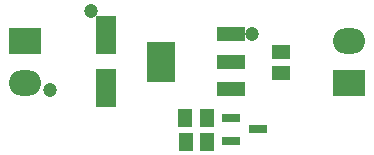
<source format=gts>
G04 DipTrace 2.4.0.2*
%INLaserreguv2.GTS*%
%MOMM*%
%ADD31C,1.2*%
%ADD33R,1.6X1.3*%
%ADD35R,1.3X1.6*%
%ADD37R,2.4X1.2*%
%ADD39R,2.4X3.5*%
%ADD41R,1.8X3.2*%
%ADD47O,2.7X2.2*%
%ADD49R,2.7X2.2*%
%ADD51R,1.5X0.8*%
%FSLAX53Y53*%
G04*
G71*
G90*
G75*
G01*
%LNTopMask*%
%LPD*%
D31*
X23059Y12350D3*
X9411Y14339D3*
X5950Y7600D3*
D51*
X21250Y5250D3*
Y3350D3*
X23550Y4300D3*
D49*
X3800Y11750D3*
D47*
Y8250D3*
D41*
X10700Y12300D3*
Y7800D3*
D35*
X17400Y5300D3*
X19200D3*
D33*
X25450Y10900D3*
Y9100D3*
D35*
X19250Y3250D3*
X17450D3*
D39*
X15350Y10050D3*
D37*
X21250Y7750D3*
Y10050D3*
Y12350D3*
D49*
X31250Y8250D3*
D47*
Y11750D3*
M02*

</source>
